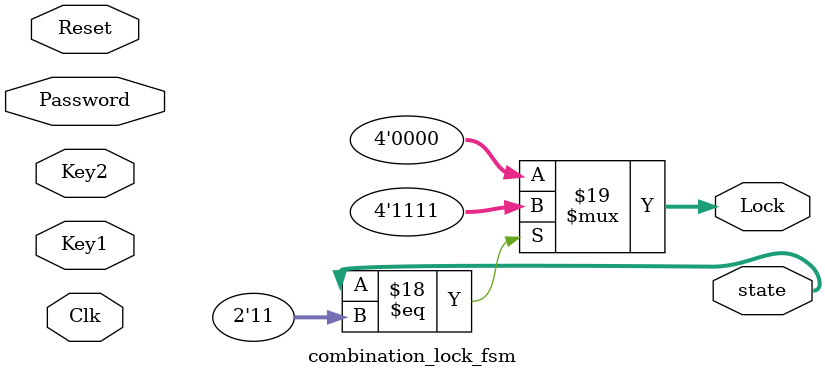
<source format=v>
`timescale 1ns / 1ps
`default_nettype none

module carry_lookahead_4bit(Cout, S, X, Y, Cin);
    output wire Cout; //C4 for a 4-bit adder
    output wire [3:0] S; // final 4-bit sum vector
    input wire [3:0] X, Y; //the 4-bit addends
    input wire Cin; //input carry
    
    wire [3:0] G, P;
    wire [4:1] carry;
    
    generate_propagate_unit unit0(G, P, X, Y);
    carry_lookahead_unit unit1(carry, G, P, Cin);
    summation_unit unit2(S, P, {carry[3:1], Cin});
    
    assign Cout = carry[4];
    
endmodule


`timescale 1ns / 1ps
`default_nettype none

module generate_propagate_unit(G, P, X, Y);
    output wire [3:0] G, P;
    input wire [3:0] X, Y;

    assign #2 G[0] = X[0] & Y[0];
    assign #2 P[0] = X[0] ^ Y[0];
    assign #2 G[1] = X[1] & Y[1];
    assign #2 P[1] = X[1] ^ Y[1];
    assign #2 G[2] = X[2] & Y[2];
    assign #2 P[2] = X[2] ^ Y[2];
    assign #2 G[3] = X[3] & Y[3];
    assign #2 P[3] = X[3] ^ Y[3];
   
endmodule

`timescale 1ns / 1ps
`default_nettype none

module summation_unit(S, P, C);
    output wire [3:0] S;
    input wire [3:0] P;
    input wire [3:0] C;

    //delay will be added here to prevent from any error
    assign #4 S[0] = P[0] ^ C[0];
    assign #4 S[1] = P[1] ^ C[1];
    assign #4 S[2] = P[2] ^ C[2];
    assign #4 S[3] = P[3] ^ C[3];
endmodule

`timescale 1ns / 1ps
`default_nettype none

module carry_lookahead_unit(C, G, P, C0);
    output wire [4:1] C;
    input wire [3:0] G, P;
    input wire C0;
    
    assign C[1] = G[0] | (P[0] & C0);
    assign C[2] = G[1] | (P[1] & C[1]);
    assign C[3] = G[2] | (P[2] & C[2]);
    assign C[4] = G[3] | (P[3] & C[3]);
endmodule


///////// LAB 10 //////////

`timescale 1ns / 1ps
`default_nettype none

module combination_lock_fsm(
    output reg [1:0] state,
    output wire [3:0] Lock, // asserted when locked
    input wire Key1, //unlock button 1
    input wire Key2, //unlock button 2
    input wire [3:0] Password, //indicate number
    input wire Reset, //reset
    input wire Clk);
    
    parameter s0 = 2'b00;
    parameter s1 = 2'b01;
    parameter s2 = 2'b10;
    parameter s3 = 2'b11;

    reg [1:0] state;
    reg [1:0] nextState;
    
    always@(*) //ourely combinational
        case(state)
            s0: begin
                if (Key1 == 1 && Password == 1101) //move to next state
                      nextState = s1;
                else 
                      nextState = s0;          
            end
            s1: begin
                if (Key2 == 1 && Password == 0111) //move to next state
                      nextState = s2; //onto the next state
                if (Key2 == 1 && Password != 0111) //move to the last state
                      nextState = s2; //onto the next state
                else 
                      nextState = s1;
            end 
            s2: begin
                if (Key1 == 1 && Password == 1001)
                      nextState = s3; //Onto the next state
                if (Key1 == 1 && Password != 1001) //Go to state 0
                      nextState = s0;
                else
                      nextState = s2; //stay in 2nd state
            end
            s3: begin
                if (Reset == 1)
                      nextState = s0;
                else
                      nextState = s3;
            end
        endcase
    assign Lock = (state == s3)? 4'b1111: 4'b0000;
endmodule 
</source>
